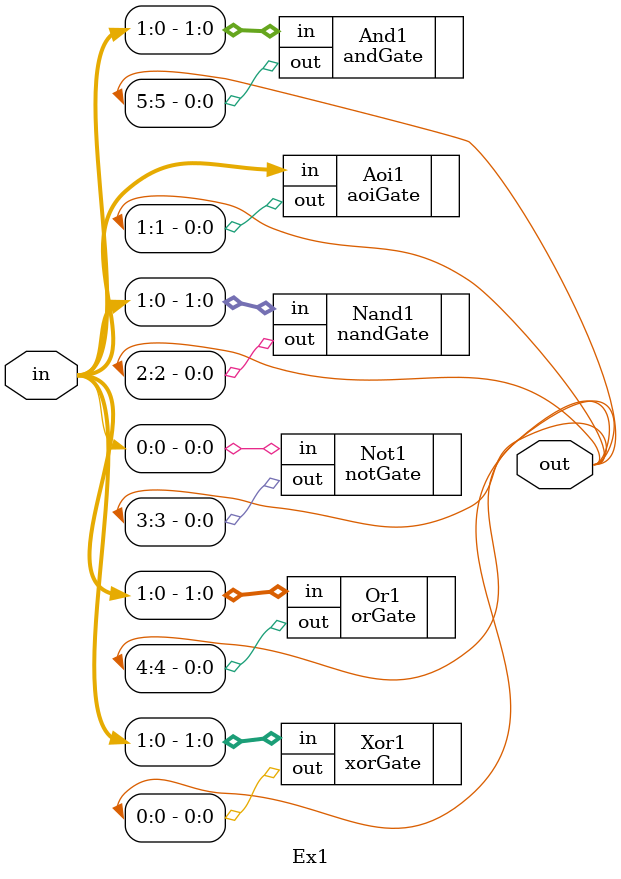
<source format=v>
`include "Gates.v"

module Ex1(input [3:0] in,
           output [5:0] out);
    // 与门
    andGate And1(.in(in[1:0]), .out(out[5]));
    // 或门
    orGate  Or1 (.in(in[1:0]), .out(out[4]));
    // 非门
    notGate Not1(.in(in[0]), .out(out[3]));
    // 与非门
    nandGate Nand1(.in(in[1:0]), .out(out[2]));
    // 与或非门
    aoiGate Aoi1(.in(in[3:0]), .out(out[1]));
    // 异或门
    xorGate Xor1(.in(in[1:0]), .out(out[0]));
endmodule // Ex1

</source>
